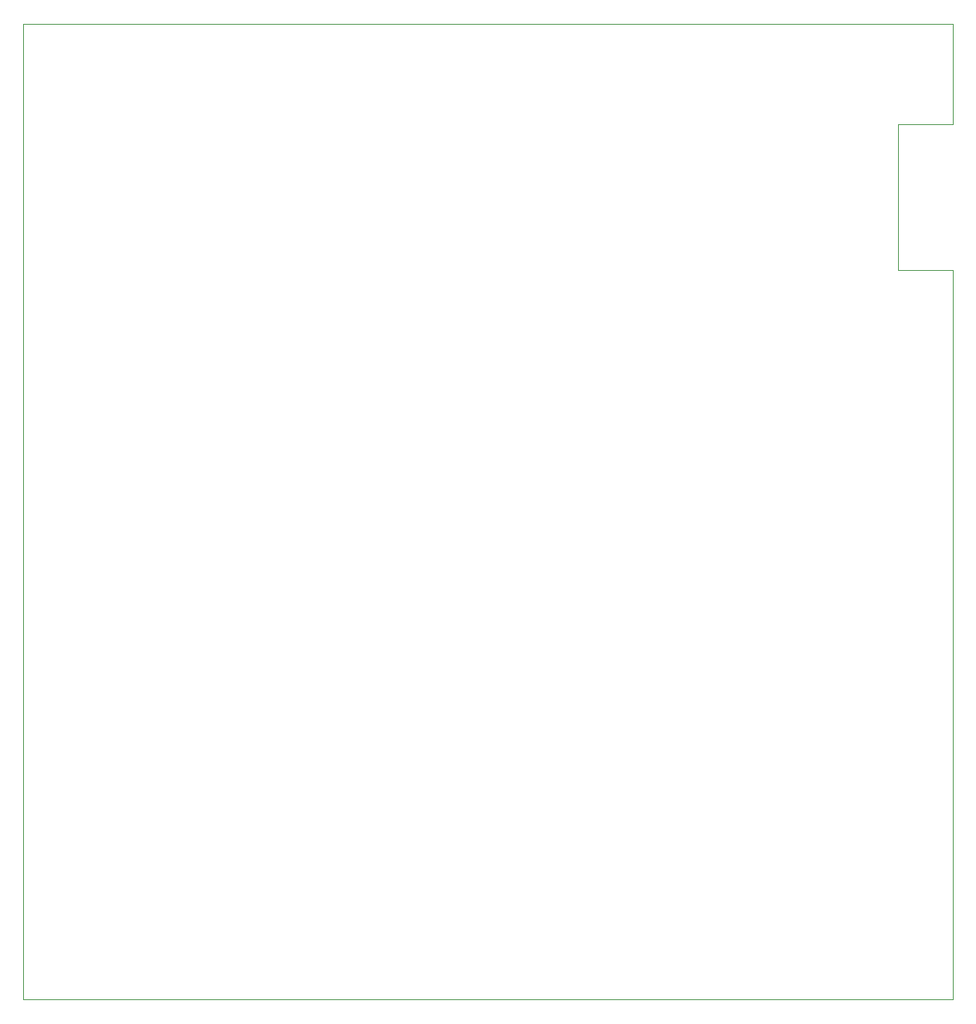
<source format=gko>
G75*
G70*
%OFA0B0*%
%FSLAX25Y25*%
%IPPOS*%
%LPD*%
%AMOC8*
5,1,8,0,0,1.08239X$1,22.5*
%
%ADD62C,0.00197*%
X0000000Y0000000D02*
%LPD*%
G01*
D62*
X0000000Y0421260D02*
X0401575Y0421260D01*
X0401575Y0314961D02*
X0401575Y0000000D01*
X0377953Y0377953D02*
X0377953Y0314961D01*
X0000000Y0000000D02*
X0000000Y0421260D01*
X0401575Y0377953D02*
X0377953Y0377953D01*
X0377953Y0314961D02*
X0401575Y0314961D01*
X0401575Y0421260D02*
X0401575Y0377953D01*
X0401575Y0000000D02*
X0000000Y0000000D01*
X0357185Y0149705D02*
G01*
G75*
X0197028Y0257972D02*
G01*
G75*
X0181791Y0240650D02*
G01*
G75*
X0113484Y0138681D02*
G01*
G75*
X0134055Y0180315D02*
G01*
G75*
M02*

</source>
